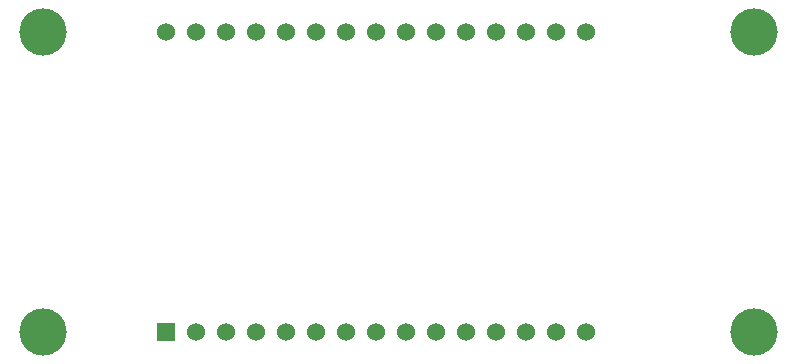
<source format=gts>
G04 #@! TF.GenerationSoftware,KiCad,Pcbnew,(5.1.6)-1*
G04 #@! TF.CreationDate,2020-10-09T19:42:38+02:00*
G04 #@! TF.ProjectId,Brewnode_MCU_Adapter,42726577-6e6f-4646-955f-4d43555f4164,rev?*
G04 #@! TF.SameCoordinates,Original*
G04 #@! TF.FileFunction,Soldermask,Top*
G04 #@! TF.FilePolarity,Negative*
%FSLAX46Y46*%
G04 Gerber Fmt 4.6, Leading zero omitted, Abs format (unit mm)*
G04 Created by KiCad (PCBNEW (5.1.6)-1) date 2020-10-09 19:42:38*
%MOMM*%
%LPD*%
G01*
G04 APERTURE LIST*
%ADD10C,4.000000*%
%ADD11C,1.524000*%
%ADD12R,1.524000X1.524000*%
G04 APERTURE END LIST*
D10*
X181102000Y-110490000D03*
X120904000Y-110490000D03*
X120904000Y-85090000D03*
X181102000Y-85090000D03*
D11*
X131318000Y-85090000D03*
X133858000Y-85090000D03*
X136398000Y-85090000D03*
X138938000Y-85090000D03*
X141478000Y-85090000D03*
X144018000Y-85090000D03*
X146558000Y-85090000D03*
X149098000Y-85090000D03*
X151638000Y-85090000D03*
X154178000Y-85090000D03*
X156718000Y-85090000D03*
X159258000Y-85090000D03*
X161798000Y-85090000D03*
X164338000Y-85090000D03*
X166878000Y-85090000D03*
X166878000Y-110490000D03*
X164338000Y-110490000D03*
X161798000Y-110490000D03*
X159258000Y-110490000D03*
X156718000Y-110490000D03*
X154178000Y-110490000D03*
X151638000Y-110490000D03*
X149098000Y-110490000D03*
X146558000Y-110490000D03*
X144018000Y-110490000D03*
X141478000Y-110490000D03*
X138938000Y-110490000D03*
X136398000Y-110490000D03*
X133858000Y-110490000D03*
D12*
X131318000Y-110490000D03*
M02*

</source>
